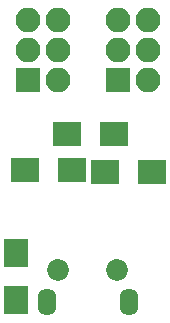
<source format=gbr>
G04 #@! TF.FileFunction,Soldermask,Bot*
%FSLAX46Y46*%
G04 Gerber Fmt 4.6, Leading zero omitted, Abs format (unit mm)*
G04 Created by KiCad (PCBNEW 4.0.4-stable) date 04/18/19 21:09:23*
%MOMM*%
%LPD*%
G01*
G04 APERTURE LIST*
%ADD10C,0.100000*%
%ADD11C,1.850000*%
%ADD12O,1.600000X2.300000*%
%ADD13R,2.100000X2.100000*%
%ADD14O,2.100000X2.100000*%
%ADD15R,2.400000X2.100000*%
%ADD16R,2.000000X2.400000*%
G04 APERTURE END LIST*
D10*
D11*
X115610000Y-99885000D03*
X120610000Y-99885000D03*
D12*
X114610000Y-102585000D03*
X121610000Y-102585000D03*
D13*
X120650000Y-83820000D03*
D14*
X123190000Y-83820000D03*
X120650000Y-81280000D03*
X123190000Y-81280000D03*
X120650000Y-78740000D03*
X123190000Y-78740000D03*
D13*
X113030000Y-83820000D03*
D14*
X115570000Y-83820000D03*
X113030000Y-81280000D03*
X115570000Y-81280000D03*
X113030000Y-78740000D03*
X115570000Y-78740000D03*
D15*
X112808000Y-91440000D03*
X116808000Y-91440000D03*
X119539000Y-91567000D03*
X123539000Y-91567000D03*
X116364000Y-88392000D03*
X120364000Y-88392000D03*
D16*
X112014000Y-102457000D03*
X112014000Y-98457000D03*
M02*

</source>
